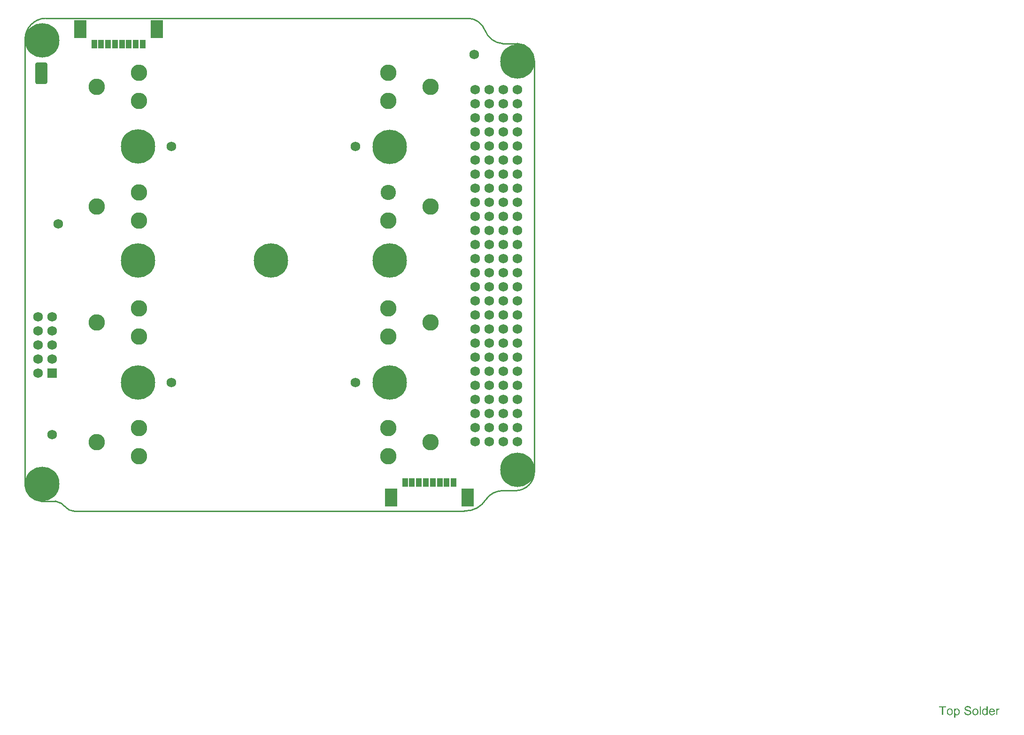
<source format=gts>
G04*
G04 #@! TF.GenerationSoftware,Altium Limited,Altium Designer,18.1.7 (191)*
G04*
G04 Layer_Color=8388736*
%FSLAX25Y25*%
%MOIN*%
G70*
G01*
G75*
%ADD11C,0.01000*%
%ADD13C,0.00787*%
%ADD19R,0.07874X0.14567*%
%ADD20R,0.09068X0.12611*%
%ADD21R,0.03950X0.05918*%
%ADD22C,0.11627*%
%ADD23C,0.06902*%
%ADD24R,0.06902X0.06902*%
%ADD25C,0.24422*%
%ADD26C,0.10827*%
G36*
X669438Y-138584D02*
X669501D01*
X669674Y-138603D01*
X669866Y-138630D01*
X670066Y-138675D01*
X670285Y-138730D01*
X670485Y-138803D01*
X670494D01*
X670513Y-138812D01*
X670540Y-138830D01*
X670576Y-138849D01*
X670667Y-138894D01*
X670786Y-138976D01*
X670923Y-139067D01*
X671059Y-139186D01*
X671187Y-139322D01*
X671305Y-139477D01*
Y-139486D01*
X671314Y-139495D01*
X671333Y-139523D01*
X671351Y-139550D01*
X671396Y-139641D01*
X671451Y-139760D01*
X671515Y-139905D01*
X671560Y-140078D01*
X671606Y-140261D01*
X671624Y-140461D01*
X670822Y-140525D01*
Y-140516D01*
Y-140498D01*
X670813Y-140470D01*
X670804Y-140425D01*
X670777Y-140324D01*
X670740Y-140188D01*
X670686Y-140042D01*
X670604Y-139896D01*
X670504Y-139760D01*
X670376Y-139632D01*
X670358Y-139623D01*
X670312Y-139586D01*
X670221Y-139532D01*
X670103Y-139477D01*
X669948Y-139423D01*
X669766Y-139368D01*
X669538Y-139331D01*
X669283Y-139322D01*
X669155D01*
X669101Y-139331D01*
X669028Y-139340D01*
X668864Y-139359D01*
X668681Y-139395D01*
X668499Y-139441D01*
X668326Y-139514D01*
X668253Y-139559D01*
X668180Y-139605D01*
X668162Y-139614D01*
X668126Y-139650D01*
X668071Y-139714D01*
X668016Y-139787D01*
X667953Y-139887D01*
X667898Y-139997D01*
X667862Y-140124D01*
X667843Y-140270D01*
Y-140288D01*
Y-140324D01*
X667852Y-140388D01*
X667871Y-140461D01*
X667898Y-140552D01*
X667943Y-140643D01*
X667998Y-140734D01*
X668080Y-140825D01*
X668089Y-140835D01*
X668135Y-140862D01*
X668171Y-140889D01*
X668208Y-140908D01*
X668262Y-140935D01*
X668326Y-140971D01*
X668408Y-140999D01*
X668499Y-141035D01*
X668600Y-141071D01*
X668718Y-141117D01*
X668845Y-141153D01*
X668991Y-141199D01*
X669155Y-141235D01*
X669337Y-141281D01*
X669347D01*
X669383Y-141290D01*
X669438Y-141299D01*
X669501Y-141317D01*
X669583Y-141336D01*
X669684Y-141363D01*
X669784Y-141390D01*
X669893Y-141418D01*
X670130Y-141481D01*
X670358Y-141545D01*
X670467Y-141582D01*
X670567Y-141618D01*
X670658Y-141645D01*
X670731Y-141682D01*
X670740D01*
X670758Y-141691D01*
X670786Y-141709D01*
X670822Y-141727D01*
X670923Y-141782D01*
X671041Y-141855D01*
X671178Y-141955D01*
X671314Y-142064D01*
X671442Y-142192D01*
X671551Y-142329D01*
X671560Y-142347D01*
X671597Y-142392D01*
X671633Y-142474D01*
X671688Y-142584D01*
X671733Y-142711D01*
X671779Y-142866D01*
X671806Y-143039D01*
X671815Y-143221D01*
Y-143230D01*
Y-143240D01*
Y-143267D01*
Y-143303D01*
X671797Y-143404D01*
X671779Y-143531D01*
X671742Y-143677D01*
X671697Y-143832D01*
X671624Y-143996D01*
X671524Y-144169D01*
Y-144178D01*
X671515Y-144187D01*
X671469Y-144242D01*
X671405Y-144324D01*
X671314Y-144415D01*
X671196Y-144524D01*
X671050Y-144643D01*
X670886Y-144752D01*
X670695Y-144852D01*
X670686D01*
X670667Y-144861D01*
X670640Y-144870D01*
X670604Y-144888D01*
X670549Y-144907D01*
X670485Y-144934D01*
X670339Y-144971D01*
X670166Y-145016D01*
X669957Y-145062D01*
X669729Y-145089D01*
X669483Y-145098D01*
X669337D01*
X669265Y-145089D01*
X669182D01*
X669091Y-145080D01*
X668982Y-145071D01*
X668754Y-145034D01*
X668517Y-144998D01*
X668281Y-144934D01*
X668053Y-144852D01*
X668044D01*
X668025Y-144843D01*
X667998Y-144825D01*
X667962Y-144807D01*
X667852Y-144752D01*
X667725Y-144670D01*
X667579Y-144561D01*
X667424Y-144433D01*
X667278Y-144278D01*
X667142Y-144105D01*
Y-144096D01*
X667124Y-144078D01*
X667114Y-144050D01*
X667087Y-144014D01*
X667069Y-143968D01*
X667042Y-143914D01*
X666978Y-143777D01*
X666914Y-143604D01*
X666859Y-143413D01*
X666823Y-143194D01*
X666805Y-142966D01*
X667588Y-142893D01*
Y-142903D01*
Y-142912D01*
X667597Y-142939D01*
Y-142975D01*
X667616Y-143057D01*
X667643Y-143176D01*
X667679Y-143294D01*
X667716Y-143431D01*
X667780Y-143559D01*
X667843Y-143677D01*
X667852Y-143686D01*
X667880Y-143722D01*
X667925Y-143786D01*
X667998Y-143850D01*
X668089Y-143932D01*
X668189Y-144014D01*
X668326Y-144096D01*
X668472Y-144169D01*
X668481D01*
X668490Y-144178D01*
X668517Y-144187D01*
X668545Y-144196D01*
X668636Y-144223D01*
X668754Y-144260D01*
X668900Y-144296D01*
X669064Y-144324D01*
X669246Y-144342D01*
X669447Y-144351D01*
X669529D01*
X669620Y-144342D01*
X669729Y-144333D01*
X669857Y-144315D01*
X670002Y-144296D01*
X670148Y-144260D01*
X670285Y-144214D01*
X670303Y-144205D01*
X670349Y-144187D01*
X670412Y-144151D01*
X670494Y-144114D01*
X670576Y-144050D01*
X670667Y-143987D01*
X670758Y-143914D01*
X670831Y-143823D01*
X670841Y-143814D01*
X670859Y-143777D01*
X670886Y-143732D01*
X670923Y-143659D01*
X670959Y-143586D01*
X670986Y-143495D01*
X671004Y-143394D01*
X671014Y-143285D01*
Y-143276D01*
Y-143230D01*
X671004Y-143176D01*
X670995Y-143103D01*
X670968Y-143030D01*
X670941Y-142939D01*
X670895Y-142848D01*
X670831Y-142766D01*
X670822Y-142757D01*
X670795Y-142729D01*
X670758Y-142693D01*
X670695Y-142638D01*
X670622Y-142584D01*
X670522Y-142520D01*
X670403Y-142456D01*
X670267Y-142402D01*
X670258Y-142392D01*
X670212Y-142383D01*
X670139Y-142356D01*
X670093Y-142347D01*
X670030Y-142329D01*
X669966Y-142301D01*
X669884Y-142283D01*
X669793Y-142256D01*
X669684Y-142228D01*
X669574Y-142201D01*
X669447Y-142165D01*
X669301Y-142128D01*
X669146Y-142092D01*
X669137D01*
X669110Y-142083D01*
X669064Y-142074D01*
X669009Y-142055D01*
X668936Y-142037D01*
X668855Y-142019D01*
X668672Y-141964D01*
X668472Y-141901D01*
X668262Y-141837D01*
X668080Y-141773D01*
X667998Y-141736D01*
X667925Y-141700D01*
X667916D01*
X667907Y-141691D01*
X667852Y-141655D01*
X667770Y-141609D01*
X667679Y-141536D01*
X667570Y-141454D01*
X667461Y-141354D01*
X667351Y-141235D01*
X667260Y-141108D01*
X667251Y-141090D01*
X667224Y-141044D01*
X667187Y-140971D01*
X667151Y-140880D01*
X667114Y-140762D01*
X667078Y-140625D01*
X667051Y-140479D01*
X667042Y-140324D01*
Y-140315D01*
Y-140306D01*
Y-140279D01*
Y-140242D01*
X667060Y-140151D01*
X667078Y-140033D01*
X667105Y-139896D01*
X667151Y-139741D01*
X667215Y-139586D01*
X667306Y-139432D01*
Y-139423D01*
X667315Y-139413D01*
X667360Y-139359D01*
X667424Y-139286D01*
X667506Y-139195D01*
X667616Y-139095D01*
X667752Y-138985D01*
X667916Y-138885D01*
X668098Y-138794D01*
X668108D01*
X668126Y-138785D01*
X668153Y-138776D01*
X668189Y-138758D01*
X668235Y-138739D01*
X668299Y-138721D01*
X668435Y-138685D01*
X668609Y-138648D01*
X668809Y-138612D01*
X669019Y-138584D01*
X669255Y-138575D01*
X669374D01*
X669438Y-138584D01*
D02*
G37*
G36*
X683394Y-144989D02*
X682674D01*
Y-144415D01*
X682665Y-144424D01*
X682656Y-144442D01*
X682629Y-144479D01*
X682592Y-144524D01*
X682547Y-144570D01*
X682492Y-144624D01*
X682428Y-144688D01*
X682346Y-144752D01*
X682265Y-144816D01*
X682173Y-144879D01*
X682064Y-144934D01*
X681946Y-144980D01*
X681827Y-145025D01*
X681691Y-145062D01*
X681545Y-145080D01*
X681390Y-145089D01*
X681335D01*
X681299Y-145080D01*
X681189Y-145071D01*
X681062Y-145053D01*
X680907Y-145016D01*
X680734Y-144961D01*
X680561Y-144888D01*
X680388Y-144788D01*
X680379D01*
X680370Y-144770D01*
X680315Y-144734D01*
X680233Y-144661D01*
X680133Y-144570D01*
X680014Y-144451D01*
X679896Y-144306D01*
X679777Y-144141D01*
X679677Y-143950D01*
Y-143941D01*
X679668Y-143923D01*
X679659Y-143895D01*
X679641Y-143859D01*
X679623Y-143804D01*
X679595Y-143741D01*
X679577Y-143677D01*
X679559Y-143595D01*
X679513Y-143413D01*
X679468Y-143203D01*
X679440Y-142966D01*
X679431Y-142711D01*
Y-142702D01*
Y-142684D01*
Y-142648D01*
Y-142593D01*
X679440Y-142538D01*
Y-142465D01*
X679459Y-142301D01*
X679486Y-142110D01*
X679531Y-141901D01*
X679586Y-141682D01*
X679659Y-141472D01*
Y-141463D01*
X679668Y-141445D01*
X679686Y-141418D01*
X679705Y-141381D01*
X679759Y-141281D01*
X679832Y-141153D01*
X679923Y-141017D01*
X680042Y-140880D01*
X680178Y-140734D01*
X680342Y-140616D01*
X680351D01*
X680361Y-140607D01*
X680388Y-140589D01*
X680424Y-140570D01*
X680515Y-140525D01*
X680643Y-140461D01*
X680789Y-140406D01*
X680962Y-140361D01*
X681153Y-140324D01*
X681354Y-140315D01*
X681426D01*
X681499Y-140324D01*
X681599Y-140333D01*
X681718Y-140361D01*
X681845Y-140388D01*
X681973Y-140434D01*
X682091Y-140498D01*
X682110Y-140507D01*
X682146Y-140525D01*
X682201Y-140570D01*
X682274Y-140616D01*
X682365Y-140680D01*
X682447Y-140762D01*
X682538Y-140844D01*
X682620Y-140944D01*
Y-138685D01*
X683394D01*
Y-144989D01*
D02*
G37*
G36*
X661803Y-140324D02*
X661867Y-140333D01*
X662004Y-140352D01*
X662168Y-140388D01*
X662341Y-140443D01*
X662514Y-140525D01*
X662687Y-140625D01*
X662696D01*
X662705Y-140643D01*
X662760Y-140680D01*
X662842Y-140753D01*
X662942Y-140844D01*
X663052Y-140962D01*
X663161Y-141108D01*
X663270Y-141281D01*
X663361Y-141472D01*
Y-141481D01*
X663370Y-141500D01*
X663379Y-141527D01*
X663398Y-141563D01*
X663416Y-141618D01*
X663434Y-141682D01*
X663480Y-141828D01*
X663525Y-142010D01*
X663562Y-142210D01*
X663589Y-142438D01*
X663598Y-142675D01*
Y-142684D01*
Y-142702D01*
Y-142739D01*
Y-142793D01*
X663589Y-142857D01*
Y-142930D01*
X663571Y-143094D01*
X663534Y-143294D01*
X663489Y-143504D01*
X663425Y-143722D01*
X663343Y-143941D01*
Y-143950D01*
X663334Y-143968D01*
X663316Y-143996D01*
X663298Y-144032D01*
X663234Y-144132D01*
X663152Y-144260D01*
X663052Y-144397D01*
X662924Y-144533D01*
X662778Y-144670D01*
X662605Y-144797D01*
X662596D01*
X662587Y-144807D01*
X662560Y-144825D01*
X662523Y-144843D01*
X662432Y-144888D01*
X662304Y-144943D01*
X662150Y-144998D01*
X661986Y-145043D01*
X661794Y-145080D01*
X661603Y-145089D01*
X661539D01*
X661466Y-145080D01*
X661375Y-145071D01*
X661266Y-145053D01*
X661147Y-145025D01*
X661029Y-144989D01*
X660911Y-144934D01*
X660901Y-144925D01*
X660856Y-144907D01*
X660801Y-144870D01*
X660728Y-144816D01*
X660656Y-144761D01*
X660565Y-144688D01*
X660483Y-144606D01*
X660410Y-144515D01*
Y-146738D01*
X659635D01*
Y-140416D01*
X660337D01*
Y-141017D01*
X660346Y-140999D01*
X660382Y-140962D01*
X660428Y-140898D01*
X660501Y-140825D01*
X660583Y-140734D01*
X660674Y-140652D01*
X660783Y-140570D01*
X660892Y-140498D01*
X660911Y-140488D01*
X660947Y-140470D01*
X661020Y-140443D01*
X661111Y-140406D01*
X661220Y-140370D01*
X661348Y-140343D01*
X661494Y-140324D01*
X661658Y-140315D01*
X661758D01*
X661803Y-140324D01*
D02*
G37*
G36*
X691347D02*
X691447Y-140343D01*
X691566Y-140379D01*
X691693Y-140425D01*
X691839Y-140488D01*
X691994Y-140570D01*
X691712Y-141281D01*
X691702Y-141272D01*
X691666Y-141254D01*
X691611Y-141226D01*
X691538Y-141199D01*
X691457Y-141172D01*
X691356Y-141144D01*
X691256Y-141126D01*
X691156Y-141117D01*
X691110D01*
X691065Y-141126D01*
X691001Y-141135D01*
X690937Y-141153D01*
X690855Y-141181D01*
X690773Y-141217D01*
X690700Y-141272D01*
X690691Y-141281D01*
X690664Y-141299D01*
X690637Y-141336D01*
X690591Y-141381D01*
X690546Y-141445D01*
X690500Y-141518D01*
X690454Y-141600D01*
X690418Y-141700D01*
X690409Y-141718D01*
X690400Y-141773D01*
X690381Y-141855D01*
X690354Y-141964D01*
X690327Y-142101D01*
X690309Y-142256D01*
X690300Y-142420D01*
X690290Y-142602D01*
Y-144989D01*
X689516D01*
Y-140416D01*
X690217D01*
Y-141108D01*
X690227Y-141099D01*
X690263Y-141035D01*
X690309Y-140953D01*
X690381Y-140853D01*
X690454Y-140753D01*
X690536Y-140643D01*
X690618Y-140552D01*
X690700Y-140479D01*
X690709Y-140470D01*
X690737Y-140452D01*
X690791Y-140425D01*
X690846Y-140397D01*
X690919Y-140370D01*
X691010Y-140343D01*
X691101Y-140324D01*
X691201Y-140315D01*
X691265D01*
X691347Y-140324D01*
D02*
G37*
G36*
X678520Y-144989D02*
X677746D01*
Y-138685D01*
X678520D01*
Y-144989D01*
D02*
G37*
G36*
X653969Y-139432D02*
X651892D01*
Y-144989D01*
X651054D01*
Y-139432D01*
X648977D01*
Y-138685D01*
X653969D01*
Y-139432D01*
D02*
G37*
G36*
X686646Y-140324D02*
X686719Y-140333D01*
X686810Y-140352D01*
X686911Y-140370D01*
X687029Y-140397D01*
X687138Y-140425D01*
X687266Y-140470D01*
X687384Y-140516D01*
X687512Y-140579D01*
X687639Y-140652D01*
X687767Y-140734D01*
X687885Y-140835D01*
X687995Y-140944D01*
X688004Y-140953D01*
X688022Y-140971D01*
X688049Y-141008D01*
X688086Y-141062D01*
X688131Y-141126D01*
X688177Y-141199D01*
X688232Y-141290D01*
X688286Y-141399D01*
X688341Y-141518D01*
X688396Y-141645D01*
X688441Y-141791D01*
X688487Y-141946D01*
X688523Y-142119D01*
X688550Y-142301D01*
X688569Y-142493D01*
X688578Y-142702D01*
Y-142711D01*
Y-142748D01*
Y-142811D01*
X688569Y-142903D01*
X685152D01*
Y-142912D01*
Y-142939D01*
X685161Y-142975D01*
Y-143030D01*
X685171Y-143094D01*
X685189Y-143167D01*
X685216Y-143331D01*
X685271Y-143513D01*
X685344Y-143713D01*
X685444Y-143895D01*
X685571Y-144060D01*
X685580D01*
X685590Y-144078D01*
X685644Y-144123D01*
X685726Y-144187D01*
X685836Y-144251D01*
X685981Y-144324D01*
X686145Y-144387D01*
X686328Y-144433D01*
X686428Y-144442D01*
X686537Y-144451D01*
X686610D01*
X686692Y-144442D01*
X686792Y-144424D01*
X686902Y-144397D01*
X687029Y-144360D01*
X687147Y-144306D01*
X687266Y-144233D01*
X687275Y-144223D01*
X687321Y-144187D01*
X687375Y-144132D01*
X687439Y-144060D01*
X687512Y-143959D01*
X687594Y-143832D01*
X687676Y-143686D01*
X687749Y-143513D01*
X688550Y-143613D01*
Y-143622D01*
X688541Y-143640D01*
X688532Y-143677D01*
X688514Y-143732D01*
X688487Y-143786D01*
X688459Y-143859D01*
X688386Y-144014D01*
X688295Y-144187D01*
X688168Y-144369D01*
X688022Y-144542D01*
X687840Y-144706D01*
X687831D01*
X687813Y-144725D01*
X687785Y-144743D01*
X687749Y-144770D01*
X687694Y-144797D01*
X687639Y-144825D01*
X687567Y-144861D01*
X687485Y-144898D01*
X687393Y-144934D01*
X687302Y-144971D01*
X687075Y-145025D01*
X686820Y-145071D01*
X686537Y-145089D01*
X686437D01*
X686373Y-145080D01*
X686291Y-145071D01*
X686191Y-145053D01*
X686082Y-145034D01*
X685963Y-145016D01*
X685708Y-144943D01*
X685571Y-144888D01*
X685444Y-144834D01*
X685307Y-144761D01*
X685180Y-144679D01*
X685061Y-144588D01*
X684943Y-144479D01*
X684934Y-144469D01*
X684915Y-144451D01*
X684888Y-144415D01*
X684852Y-144360D01*
X684806Y-144296D01*
X684761Y-144223D01*
X684706Y-144132D01*
X684651Y-144032D01*
X684597Y-143914D01*
X684542Y-143786D01*
X684496Y-143640D01*
X684451Y-143486D01*
X684414Y-143322D01*
X684387Y-143139D01*
X684369Y-142948D01*
X684360Y-142748D01*
Y-142739D01*
Y-142693D01*
Y-142638D01*
X684369Y-142556D01*
X684378Y-142456D01*
X684387Y-142347D01*
X684405Y-142219D01*
X684433Y-142092D01*
X684506Y-141800D01*
X684551Y-141655D01*
X684606Y-141500D01*
X684679Y-141354D01*
X684761Y-141217D01*
X684852Y-141080D01*
X684952Y-140953D01*
X684961Y-140944D01*
X684979Y-140926D01*
X685016Y-140898D01*
X685061Y-140853D01*
X685116Y-140807D01*
X685189Y-140753D01*
X685271Y-140689D01*
X685371Y-140634D01*
X685471Y-140570D01*
X685590Y-140516D01*
X685717Y-140461D01*
X685854Y-140416D01*
X686000Y-140370D01*
X686154Y-140343D01*
X686318Y-140324D01*
X686491Y-140315D01*
X686583D01*
X686646Y-140324D01*
D02*
G37*
G36*
X674867D02*
X674949Y-140333D01*
X675040Y-140352D01*
X675140Y-140370D01*
X675259Y-140388D01*
X675505Y-140470D01*
X675632Y-140516D01*
X675760Y-140579D01*
X675887Y-140643D01*
X676015Y-140734D01*
X676133Y-140825D01*
X676252Y-140935D01*
X676261Y-140944D01*
X676279Y-140962D01*
X676306Y-140999D01*
X676343Y-141044D01*
X676389Y-141108D01*
X676443Y-141190D01*
X676498Y-141281D01*
X676552Y-141381D01*
X676607Y-141490D01*
X676662Y-141627D01*
X676717Y-141764D01*
X676762Y-141919D01*
X676798Y-142083D01*
X676826Y-142256D01*
X676844Y-142438D01*
X676853Y-142638D01*
Y-142648D01*
Y-142675D01*
Y-142720D01*
Y-142784D01*
X676844Y-142857D01*
X676835Y-142948D01*
Y-143039D01*
X676817Y-143139D01*
X676789Y-143367D01*
X676735Y-143595D01*
X676671Y-143823D01*
X676580Y-144032D01*
Y-144041D01*
X676571Y-144050D01*
X676552Y-144078D01*
X676534Y-144114D01*
X676471Y-144205D01*
X676389Y-144315D01*
X676279Y-144442D01*
X676143Y-144570D01*
X675988Y-144697D01*
X675806Y-144816D01*
X675796D01*
X675787Y-144825D01*
X675760Y-144843D01*
X675714Y-144861D01*
X675669Y-144879D01*
X675614Y-144898D01*
X675478Y-144952D01*
X675323Y-144998D01*
X675131Y-145043D01*
X674931Y-145080D01*
X674712Y-145089D01*
X674621D01*
X674548Y-145080D01*
X674466Y-145071D01*
X674375Y-145053D01*
X674266Y-145034D01*
X674157Y-145016D01*
X673911Y-144943D01*
X673774Y-144888D01*
X673646Y-144834D01*
X673519Y-144761D01*
X673391Y-144679D01*
X673273Y-144588D01*
X673154Y-144479D01*
X673145Y-144469D01*
X673127Y-144451D01*
X673100Y-144415D01*
X673063Y-144360D01*
X673018Y-144296D01*
X672972Y-144223D01*
X672918Y-144132D01*
X672863Y-144023D01*
X672808Y-143905D01*
X672754Y-143768D01*
X672708Y-143622D01*
X672662Y-143467D01*
X672626Y-143294D01*
X672599Y-143112D01*
X672580Y-142912D01*
X672571Y-142702D01*
Y-142684D01*
Y-142648D01*
X672580Y-142584D01*
Y-142493D01*
X672590Y-142392D01*
X672608Y-142265D01*
X672626Y-142137D01*
X672662Y-141992D01*
X672699Y-141846D01*
X672745Y-141691D01*
X672799Y-141527D01*
X672872Y-141372D01*
X672945Y-141226D01*
X673045Y-141080D01*
X673145Y-140944D01*
X673273Y-140825D01*
X673282Y-140816D01*
X673300Y-140807D01*
X673337Y-140780D01*
X673382Y-140744D01*
X673437Y-140707D01*
X673510Y-140662D01*
X673583Y-140616D01*
X673674Y-140570D01*
X673774Y-140525D01*
X673883Y-140479D01*
X674129Y-140397D01*
X674412Y-140333D01*
X674557Y-140324D01*
X674712Y-140315D01*
X674803D01*
X674867Y-140324D01*
D02*
G37*
G36*
X656738D02*
X656820Y-140333D01*
X656911Y-140352D01*
X657012Y-140370D01*
X657130Y-140388D01*
X657376Y-140470D01*
X657504Y-140516D01*
X657631Y-140579D01*
X657759Y-140643D01*
X657886Y-140734D01*
X658005Y-140825D01*
X658123Y-140935D01*
X658132Y-140944D01*
X658150Y-140962D01*
X658178Y-140999D01*
X658214Y-141044D01*
X658260Y-141108D01*
X658314Y-141190D01*
X658369Y-141281D01*
X658424Y-141381D01*
X658478Y-141490D01*
X658533Y-141627D01*
X658588Y-141764D01*
X658633Y-141919D01*
X658670Y-142083D01*
X658697Y-142256D01*
X658715Y-142438D01*
X658724Y-142638D01*
Y-142648D01*
Y-142675D01*
Y-142720D01*
Y-142784D01*
X658715Y-142857D01*
X658706Y-142948D01*
Y-143039D01*
X658688Y-143139D01*
X658661Y-143367D01*
X658606Y-143595D01*
X658542Y-143823D01*
X658451Y-144032D01*
Y-144041D01*
X658442Y-144050D01*
X658424Y-144078D01*
X658405Y-144114D01*
X658342Y-144205D01*
X658260Y-144315D01*
X658150Y-144442D01*
X658014Y-144570D01*
X657859Y-144697D01*
X657677Y-144816D01*
X657667D01*
X657658Y-144825D01*
X657631Y-144843D01*
X657585Y-144861D01*
X657540Y-144879D01*
X657485Y-144898D01*
X657349Y-144952D01*
X657194Y-144998D01*
X657002Y-145043D01*
X656802Y-145080D01*
X656583Y-145089D01*
X656492D01*
X656419Y-145080D01*
X656337Y-145071D01*
X656246Y-145053D01*
X656137Y-145034D01*
X656028Y-145016D01*
X655782Y-144943D01*
X655645Y-144888D01*
X655517Y-144834D01*
X655390Y-144761D01*
X655262Y-144679D01*
X655144Y-144588D01*
X655026Y-144479D01*
X655017Y-144469D01*
X654998Y-144451D01*
X654971Y-144415D01*
X654935Y-144360D01*
X654889Y-144296D01*
X654843Y-144223D01*
X654789Y-144132D01*
X654734Y-144023D01*
X654679Y-143905D01*
X654625Y-143768D01*
X654579Y-143622D01*
X654534Y-143467D01*
X654497Y-143294D01*
X654470Y-143112D01*
X654452Y-142912D01*
X654443Y-142702D01*
Y-142684D01*
Y-142648D01*
X654452Y-142584D01*
Y-142493D01*
X654461Y-142392D01*
X654479Y-142265D01*
X654497Y-142137D01*
X654534Y-141992D01*
X654570Y-141846D01*
X654616Y-141691D01*
X654670Y-141527D01*
X654743Y-141372D01*
X654816Y-141226D01*
X654916Y-141080D01*
X655017Y-140944D01*
X655144Y-140825D01*
X655153Y-140816D01*
X655171Y-140807D01*
X655208Y-140780D01*
X655253Y-140744D01*
X655308Y-140707D01*
X655381Y-140662D01*
X655454Y-140616D01*
X655545Y-140570D01*
X655645Y-140525D01*
X655754Y-140479D01*
X656000Y-140397D01*
X656283Y-140333D01*
X656428Y-140324D01*
X656583Y-140315D01*
X656674D01*
X656738Y-140324D01*
D02*
G37*
%LPC*%
G36*
X681435Y-140953D02*
X681390D01*
X681354Y-140962D01*
X681253Y-140971D01*
X681135Y-141008D01*
X680998Y-141053D01*
X680852Y-141135D01*
X680707Y-141235D01*
X680634Y-141308D01*
X680570Y-141381D01*
Y-141390D01*
X680552Y-141399D01*
X680543Y-141427D01*
X680515Y-141463D01*
X680488Y-141509D01*
X680461Y-141563D01*
X680433Y-141627D01*
X680397Y-141700D01*
X680361Y-141791D01*
X680333Y-141891D01*
X680306Y-142001D01*
X680278Y-142119D01*
X680260Y-142247D01*
X680242Y-142392D01*
X680224Y-142547D01*
Y-142711D01*
Y-142720D01*
Y-142748D01*
Y-142793D01*
X680233Y-142857D01*
Y-142930D01*
X680242Y-143012D01*
X680269Y-143203D01*
X680315Y-143413D01*
X680379Y-143631D01*
X680470Y-143841D01*
X680524Y-143932D01*
X680588Y-144023D01*
X680597D01*
X680607Y-144041D01*
X680652Y-144087D01*
X680734Y-144160D01*
X680834Y-144233D01*
X680962Y-144315D01*
X681117Y-144387D01*
X681281Y-144433D01*
X681372Y-144442D01*
X681463Y-144451D01*
X681508D01*
X681545Y-144442D01*
X681645Y-144433D01*
X681763Y-144397D01*
X681900Y-144351D01*
X682046Y-144278D01*
X682192Y-144178D01*
X682265Y-144114D01*
X682328Y-144041D01*
Y-144032D01*
X682346Y-144023D01*
X682365Y-143996D01*
X682383Y-143959D01*
X682410Y-143914D01*
X682447Y-143868D01*
X682474Y-143795D01*
X682510Y-143722D01*
X682547Y-143640D01*
X682574Y-143549D01*
X682611Y-143440D01*
X682638Y-143331D01*
X682656Y-143203D01*
X682674Y-143076D01*
X682693Y-142930D01*
Y-142775D01*
Y-142766D01*
Y-142729D01*
Y-142684D01*
X682684Y-142620D01*
Y-142547D01*
X682674Y-142456D01*
X682665Y-142356D01*
X682647Y-142247D01*
X682601Y-142028D01*
X682538Y-141800D01*
X682447Y-141582D01*
X682392Y-141490D01*
X682328Y-141399D01*
Y-141390D01*
X682310Y-141381D01*
X682265Y-141326D01*
X682183Y-141254D01*
X682082Y-141172D01*
X681955Y-141090D01*
X681800Y-141026D01*
X681627Y-140971D01*
X681536Y-140962D01*
X681435Y-140953D01*
D02*
G37*
G36*
X661585Y-140926D02*
X661539D01*
X661503Y-140935D01*
X661412Y-140953D01*
X661293Y-140980D01*
X661157Y-141035D01*
X661011Y-141117D01*
X660929Y-141172D01*
X660856Y-141235D01*
X660783Y-141308D01*
X660710Y-141390D01*
Y-141399D01*
X660692Y-141409D01*
X660674Y-141436D01*
X660656Y-141472D01*
X660628Y-141527D01*
X660592Y-141582D01*
X660555Y-141655D01*
X660528Y-141727D01*
X660492Y-141818D01*
X660455Y-141919D01*
X660428Y-142028D01*
X660391Y-142146D01*
X660373Y-142283D01*
X660355Y-142420D01*
X660337Y-142566D01*
Y-142729D01*
Y-142739D01*
Y-142766D01*
Y-142811D01*
X660346Y-142875D01*
Y-142948D01*
X660355Y-143030D01*
X660382Y-143221D01*
X660428Y-143440D01*
X660483Y-143650D01*
X660574Y-143859D01*
X660628Y-143950D01*
X660692Y-144032D01*
X660710Y-144050D01*
X660756Y-144096D01*
X660829Y-144169D01*
X660929Y-144242D01*
X661056Y-144315D01*
X661202Y-144387D01*
X661366Y-144433D01*
X661457Y-144442D01*
X661548Y-144451D01*
X661603D01*
X661639Y-144442D01*
X661730Y-144424D01*
X661858Y-144397D01*
X661995Y-144342D01*
X662141Y-144269D01*
X662286Y-144160D01*
X662359Y-144096D01*
X662432Y-144023D01*
Y-144014D01*
X662450Y-144005D01*
X662468Y-143977D01*
X662487Y-143941D01*
X662523Y-143895D01*
X662550Y-143832D01*
X662587Y-143768D01*
X662623Y-143686D01*
X662651Y-143604D01*
X662687Y-143495D01*
X662723Y-143385D01*
X662751Y-143267D01*
X662769Y-143130D01*
X662787Y-142984D01*
X662806Y-142830D01*
Y-142666D01*
Y-142657D01*
Y-142629D01*
Y-142584D01*
X662796Y-142520D01*
Y-142447D01*
X662787Y-142365D01*
X662760Y-142174D01*
X662714Y-141964D01*
X662651Y-141755D01*
X662560Y-141545D01*
X662505Y-141445D01*
X662441Y-141363D01*
Y-141354D01*
X662423Y-141345D01*
X662377Y-141290D01*
X662304Y-141226D01*
X662204Y-141144D01*
X662077Y-141062D01*
X661931Y-140989D01*
X661767Y-140944D01*
X661676Y-140935D01*
X661585Y-140926D01*
D02*
G37*
G36*
X686501Y-140953D02*
X686446D01*
X686410Y-140962D01*
X686309Y-140971D01*
X686191Y-140999D01*
X686045Y-141044D01*
X685890Y-141108D01*
X685744Y-141199D01*
X685599Y-141317D01*
X685580Y-141336D01*
X685544Y-141381D01*
X685480Y-141463D01*
X685417Y-141572D01*
X685344Y-141700D01*
X685280Y-141864D01*
X685225Y-142055D01*
X685198Y-142265D01*
X687758D01*
Y-142256D01*
Y-142237D01*
X687749Y-142210D01*
Y-142174D01*
X687731Y-142064D01*
X687703Y-141946D01*
X687658Y-141800D01*
X687612Y-141664D01*
X687539Y-141527D01*
X687457Y-141409D01*
Y-141399D01*
X687439Y-141390D01*
X687393Y-141336D01*
X687311Y-141263D01*
X687202Y-141181D01*
X687065Y-141099D01*
X686902Y-141026D01*
X686710Y-140971D01*
X686610Y-140962D01*
X686501Y-140953D01*
D02*
G37*
G36*
X674712D02*
X674658D01*
X674612Y-140962D01*
X674512Y-140971D01*
X674375Y-141008D01*
X674220Y-141062D01*
X674056Y-141135D01*
X673902Y-141244D01*
X673819Y-141317D01*
X673747Y-141390D01*
Y-141399D01*
X673728Y-141409D01*
X673710Y-141436D01*
X673683Y-141472D01*
X673656Y-141518D01*
X673628Y-141572D01*
X673592Y-141645D01*
X673555Y-141718D01*
X673519Y-141809D01*
X673482Y-141901D01*
X673455Y-142010D01*
X673428Y-142128D01*
X673400Y-142256D01*
X673382Y-142392D01*
X673373Y-142547D01*
X673364Y-142702D01*
Y-142711D01*
Y-142739D01*
Y-142784D01*
X673373Y-142848D01*
Y-142921D01*
X673382Y-143003D01*
X673410Y-143194D01*
X673455Y-143413D01*
X673528Y-143631D01*
X673619Y-143841D01*
X673683Y-143932D01*
X673747Y-144023D01*
X673756D01*
X673765Y-144041D01*
X673819Y-144087D01*
X673902Y-144160D01*
X674011Y-144233D01*
X674148Y-144315D01*
X674311Y-144387D01*
X674503Y-144433D01*
X674603Y-144442D01*
X674712Y-144451D01*
X674767D01*
X674813Y-144442D01*
X674913Y-144424D01*
X675049Y-144397D01*
X675195Y-144342D01*
X675359Y-144269D01*
X675514Y-144160D01*
X675596Y-144087D01*
X675669Y-144014D01*
X675678Y-144005D01*
X675687Y-143996D01*
X675705Y-143968D01*
X675733Y-143932D01*
X675760Y-143886D01*
X675796Y-143832D01*
X675833Y-143759D01*
X675869Y-143686D01*
X675906Y-143595D01*
X675933Y-143495D01*
X675970Y-143385D01*
X675997Y-143267D01*
X676024Y-143130D01*
X676042Y-142994D01*
X676061Y-142839D01*
Y-142675D01*
Y-142666D01*
Y-142638D01*
Y-142593D01*
X676052Y-142538D01*
Y-142465D01*
X676042Y-142383D01*
X676015Y-142192D01*
X675970Y-141992D01*
X675897Y-141773D01*
X675796Y-141572D01*
X675742Y-141472D01*
X675669Y-141390D01*
Y-141381D01*
X675651Y-141372D01*
X675596Y-141317D01*
X675514Y-141254D01*
X675405Y-141172D01*
X675268Y-141090D01*
X675104Y-141017D01*
X674922Y-140971D01*
X674822Y-140962D01*
X674712Y-140953D01*
D02*
G37*
G36*
X656583D02*
X656529D01*
X656483Y-140962D01*
X656383Y-140971D01*
X656246Y-141008D01*
X656091Y-141062D01*
X655928Y-141135D01*
X655773Y-141244D01*
X655691Y-141317D01*
X655618Y-141390D01*
Y-141399D01*
X655599Y-141409D01*
X655581Y-141436D01*
X655554Y-141472D01*
X655527Y-141518D01*
X655499Y-141572D01*
X655463Y-141645D01*
X655426Y-141718D01*
X655390Y-141809D01*
X655353Y-141901D01*
X655326Y-142010D01*
X655299Y-142128D01*
X655271Y-142256D01*
X655253Y-142392D01*
X655244Y-142547D01*
X655235Y-142702D01*
Y-142711D01*
Y-142739D01*
Y-142784D01*
X655244Y-142848D01*
Y-142921D01*
X655253Y-143003D01*
X655281Y-143194D01*
X655326Y-143413D01*
X655399Y-143631D01*
X655490Y-143841D01*
X655554Y-143932D01*
X655618Y-144023D01*
X655627D01*
X655636Y-144041D01*
X655691Y-144087D01*
X655773Y-144160D01*
X655882Y-144233D01*
X656019Y-144315D01*
X656182Y-144387D01*
X656374Y-144433D01*
X656474Y-144442D01*
X656583Y-144451D01*
X656638D01*
X656684Y-144442D01*
X656784Y-144424D01*
X656920Y-144397D01*
X657066Y-144342D01*
X657230Y-144269D01*
X657385Y-144160D01*
X657467Y-144087D01*
X657540Y-144014D01*
X657549Y-144005D01*
X657558Y-143996D01*
X657576Y-143968D01*
X657604Y-143932D01*
X657631Y-143886D01*
X657667Y-143832D01*
X657704Y-143759D01*
X657740Y-143686D01*
X657777Y-143595D01*
X657804Y-143495D01*
X657841Y-143385D01*
X657868Y-143267D01*
X657895Y-143130D01*
X657913Y-142994D01*
X657932Y-142839D01*
Y-142675D01*
Y-142666D01*
Y-142638D01*
Y-142593D01*
X657923Y-142538D01*
Y-142465D01*
X657913Y-142383D01*
X657886Y-142192D01*
X657841Y-141992D01*
X657768Y-141773D01*
X657667Y-141572D01*
X657613Y-141472D01*
X657540Y-141390D01*
Y-141381D01*
X657522Y-141372D01*
X657467Y-141317D01*
X657385Y-141254D01*
X657276Y-141172D01*
X657139Y-141090D01*
X656975Y-141017D01*
X656793Y-140971D01*
X656693Y-140962D01*
X656583Y-140953D01*
D02*
G37*
%LPD*%
D11*
X40Y18031D02*
G03*
X11317Y6947I11796J722D01*
G01*
X29279Y2252D02*
G03*
X21524Y6947I-10086J-7908D01*
G01*
X29279Y2252D02*
G03*
X34488Y-72I4950J4095D01*
G01*
X311967Y-72D02*
G03*
X327284Y8149I575J17307D01*
G01*
X348242Y14356D02*
G03*
X361631Y27952I-102J13490D01*
G01*
X339435Y14356D02*
G03*
X327284Y8149I-253J-14503D01*
G01*
X361631Y319610D02*
G03*
X349410Y331905I-12330J-35D01*
G01*
X326575Y341338D02*
G03*
X338899Y331927I13326J4677D01*
G01*
X326575Y341220D02*
G03*
X314725Y349881I-12571J-4763D01*
G01*
X14449D02*
G03*
X45Y335005I609J-15002D01*
G01*
X11317Y6947D02*
X21524D01*
X34488Y-72D02*
X311967Y-72D01*
X339182Y14356D02*
X348242D01*
X361631Y27952D02*
X361631Y319610D01*
X338899Y331927D02*
X349301D01*
X16575Y349881D02*
X314725D01*
X14449D02*
X16575D01*
X40Y18031D02*
Y334880D01*
D13*
X7591Y304449D02*
G03*
X8378Y303661I787J0D01*
G01*
Y318228D02*
G03*
X7591Y317441I0J-787D01*
G01*
X15465D02*
G03*
X14677Y318228I-787J0D01*
G01*
Y303661D02*
G03*
X15465Y304449I-0J787D01*
G01*
X8378Y318228D02*
X14677D01*
X7591Y304449D02*
Y317441D01*
X15465Y304449D02*
Y317441D01*
X8378Y303661D02*
X14677D01*
D19*
X11528Y310945D02*
D03*
D20*
X314276Y9350D02*
D03*
X259748D02*
D03*
X39079Y342307D02*
D03*
X93606D02*
D03*
D21*
X304236Y20177D02*
D03*
X299315D02*
D03*
X294394D02*
D03*
X289472D02*
D03*
X284551D02*
D03*
X279630D02*
D03*
X274709D02*
D03*
X269787D02*
D03*
X49118Y331480D02*
D03*
X54039D02*
D03*
X58961D02*
D03*
X63882D02*
D03*
X68803D02*
D03*
X73724D02*
D03*
X78646D02*
D03*
X83567D02*
D03*
D22*
X50783Y133673D02*
D03*
X80783Y143673D02*
D03*
Y123673D02*
D03*
Y206248D02*
D03*
Y226248D02*
D03*
X50783Y216248D02*
D03*
X80783Y291209D02*
D03*
Y311209D02*
D03*
X50783Y301209D02*
D03*
Y48713D02*
D03*
X80783Y58713D02*
D03*
Y38713D02*
D03*
X257842Y58713D02*
D03*
Y38713D02*
D03*
X287842Y48713D02*
D03*
Y133673D02*
D03*
X257842Y123673D02*
D03*
Y143673D02*
D03*
Y206248D02*
D03*
X287842Y216248D02*
D03*
X257842Y311209D02*
D03*
Y291209D02*
D03*
X287842Y301209D02*
D03*
D23*
X9370Y137835D02*
D03*
X19370D02*
D03*
X9370Y127835D02*
D03*
X19370D02*
D03*
X9370Y117835D02*
D03*
X19370D02*
D03*
X9370Y107835D02*
D03*
X19370D02*
D03*
X9370Y97835D02*
D03*
X319590Y49039D02*
D03*
X329591D02*
D03*
X319590Y59039D02*
D03*
X329591D02*
D03*
X319590Y69039D02*
D03*
X329591D02*
D03*
X319590Y79039D02*
D03*
X329591D02*
D03*
X319590Y89039D02*
D03*
X329591D02*
D03*
X319590Y99039D02*
D03*
X329591D02*
D03*
X319590Y109039D02*
D03*
X329591D02*
D03*
X319590Y119039D02*
D03*
X329591D02*
D03*
X319590Y129039D02*
D03*
X329591D02*
D03*
X319590Y139039D02*
D03*
X329591D02*
D03*
X319590Y149039D02*
D03*
X329591D02*
D03*
X319590Y159039D02*
D03*
X329591D02*
D03*
X319590Y169039D02*
D03*
X329591D02*
D03*
X319590Y179039D02*
D03*
X329591D02*
D03*
X319590Y189039D02*
D03*
X329591D02*
D03*
X319590Y199039D02*
D03*
X329591D02*
D03*
X319590Y209039D02*
D03*
X329591D02*
D03*
X319590Y219039D02*
D03*
X329591D02*
D03*
X319590Y229039D02*
D03*
X329591D02*
D03*
X319590Y239039D02*
D03*
X329591D02*
D03*
X319590Y249039D02*
D03*
X329591D02*
D03*
X319590Y259039D02*
D03*
X329591D02*
D03*
X319590Y269039D02*
D03*
X329591D02*
D03*
X319590Y279039D02*
D03*
X329591D02*
D03*
X319590Y289039D02*
D03*
X329591D02*
D03*
X319590Y299039D02*
D03*
X329591D02*
D03*
X339591Y49039D02*
D03*
X349590D02*
D03*
X339591Y59039D02*
D03*
X349590D02*
D03*
X339591Y69039D02*
D03*
X349590D02*
D03*
X339591Y79039D02*
D03*
X349590D02*
D03*
X339591Y89039D02*
D03*
X349590D02*
D03*
X339591Y99039D02*
D03*
X349590D02*
D03*
X339591Y109039D02*
D03*
X349590D02*
D03*
X339591Y119039D02*
D03*
X349590D02*
D03*
X339591Y129039D02*
D03*
X349590D02*
D03*
X339591Y139039D02*
D03*
X349590D02*
D03*
X339591Y149039D02*
D03*
X349590D02*
D03*
X339591Y159039D02*
D03*
X349590D02*
D03*
X339591Y169039D02*
D03*
X349590D02*
D03*
X339591Y179039D02*
D03*
X349590D02*
D03*
X339591Y189039D02*
D03*
X349590D02*
D03*
X339591Y199039D02*
D03*
X349590D02*
D03*
X339591Y209039D02*
D03*
X349590D02*
D03*
X339591Y219039D02*
D03*
X349590D02*
D03*
X339591Y229039D02*
D03*
X349590D02*
D03*
X339591Y239039D02*
D03*
X349590D02*
D03*
X339591Y249039D02*
D03*
X349590D02*
D03*
X339591Y259039D02*
D03*
X349590D02*
D03*
X339591Y269039D02*
D03*
X349590D02*
D03*
X339591Y279039D02*
D03*
X349590D02*
D03*
X339591Y289039D02*
D03*
X349590D02*
D03*
X339591Y299039D02*
D03*
X349590D02*
D03*
X104014Y258799D02*
D03*
X234722D02*
D03*
X104014Y91181D02*
D03*
X234722D02*
D03*
X318787Y324071D02*
D03*
X23417Y203791D02*
D03*
X19370Y54169D02*
D03*
D24*
Y97835D02*
D03*
D25*
X174492Y177980D02*
D03*
X80063Y91181D02*
D03*
Y177980D02*
D03*
Y258799D02*
D03*
X258841Y91193D02*
D03*
Y177980D02*
D03*
Y258374D02*
D03*
X12303Y19209D02*
D03*
Y334268D02*
D03*
X349571Y319126D02*
D03*
X349606Y29051D02*
D03*
D26*
X257842Y226248D02*
D03*
M02*

</source>
